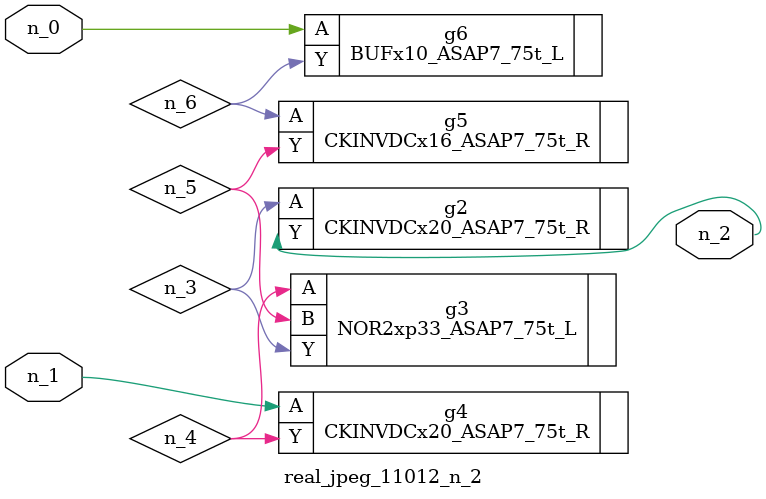
<source format=v>
module real_jpeg_11012_n_2 (n_1, n_0, n_2);

input n_1;
input n_0;

output n_2;

wire n_5;
wire n_4;
wire n_6;
wire n_3;

BUFx10_ASAP7_75t_L g6 ( 
.A(n_0),
.Y(n_6)
);

CKINVDCx20_ASAP7_75t_R g4 ( 
.A(n_1),
.Y(n_4)
);

CKINVDCx20_ASAP7_75t_R g2 ( 
.A(n_3),
.Y(n_2)
);

NOR2xp33_ASAP7_75t_L g3 ( 
.A(n_4),
.B(n_5),
.Y(n_3)
);

CKINVDCx16_ASAP7_75t_R g5 ( 
.A(n_6),
.Y(n_5)
);


endmodule
</source>
